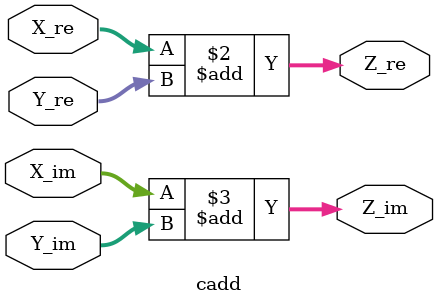
<source format=v>
module cadd #(parameter WIDTH = 13)(
	input signed [WIDTH-1:0] X_re, X_im, Y_re, Y_im, 
	output reg signed [WIDTH-1:0] Z_re, Z_im
);	
	
	always @(*) begin
		Z_re = X_re + Y_re;
		Z_im = X_im + Y_im;
	end

endmodule

</source>
